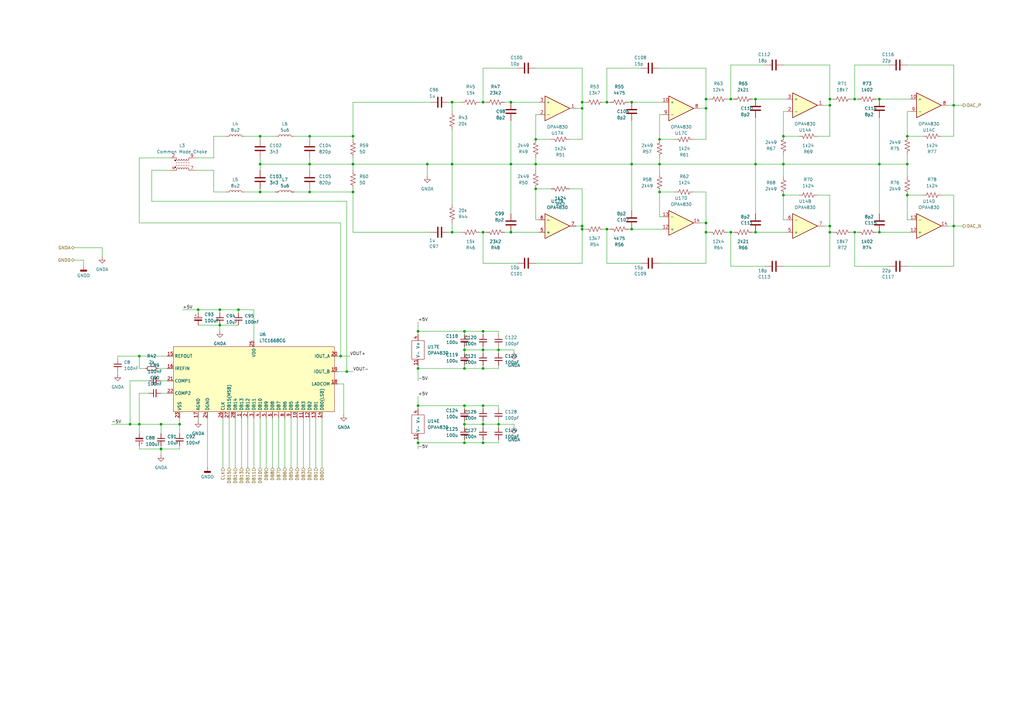
<source format=kicad_sch>
(kicad_sch (version 20231120) (generator "eeschema") (generator_version "8.0")
  (paper "A3")
  (junction (at 209.55 41.91))
  (junction (at 198.12 143.51))
  (junction (at 248.92 93.98))
  (junction (at 66.04 173.99))
  (junction (at 309.88 67.31))
  (junction (at 360.68 40.64))
  (junction (at 391.16 92.71))
  (junction (at 97.79 127))
  (junction (at 73.66 173.99))
  (junction (at 175.26 67.31))
  (junction (at 127 78.74))
  (junction (at 350.52 95.25))
  (junction (at 57.15 146.05))
  (junction (at 185.42 95.25))
  (junction (at 360.68 67.31))
  (junction (at 190.5 181.61))
  (junction (at 144.78 67.31))
  (junction (at 209.55 95.25))
  (junction (at 219.71 57.15))
  (junction (at 340.36 43.18))
  (junction (at 340.36 92.71))
  (junction (at 66.04 184.15))
  (junction (at 372.11 67.31))
  (junction (at 248.92 41.91))
  (junction (at 185.42 41.91))
  (junction (at 171.45 151.13))
  (junction (at 190.5 166.37))
  (junction (at 190.5 135.89))
  (junction (at 238.76 44.45))
  (junction (at 238.76 92.71))
  (junction (at 391.16 43.18))
  (junction (at 127 55.88))
  (junction (at 259.08 67.31))
  (junction (at 270.51 57.15))
  (junction (at 372.11 55.88))
  (junction (at 198.12 135.89))
  (junction (at 204.47 143.51))
  (junction (at 289.56 95.25))
  (junction (at 144.78 78.74))
  (junction (at 238.76 93.98))
  (junction (at 190.5 151.13))
  (junction (at 90.17 133.35))
  (junction (at 171.45 135.89))
  (junction (at 57.15 173.99))
  (junction (at 321.31 80.01))
  (junction (at 171.45 181.61))
  (junction (at 299.72 95.25))
  (junction (at 321.31 67.31))
  (junction (at 198.12 95.25))
  (junction (at 106.68 55.88))
  (junction (at 340.36 40.64))
  (junction (at 198.12 41.91))
  (junction (at 372.11 80.01))
  (junction (at 340.36 95.25))
  (junction (at 219.71 77.47))
  (junction (at 198.12 166.37))
  (junction (at 350.52 40.64))
  (junction (at 198.12 181.61))
  (junction (at 238.76 41.91))
  (junction (at 142.24 152.4))
  (junction (at 106.68 78.74))
  (junction (at 90.17 127))
  (junction (at 309.88 95.25))
  (junction (at 259.08 93.98))
  (junction (at 53.34 173.99))
  (junction (at 198.12 151.13))
  (junction (at 144.78 55.88))
  (junction (at 270.51 67.31))
  (junction (at 190.5 143.51))
  (junction (at 185.42 67.31))
  (junction (at 139.7 146.05))
  (junction (at 289.56 91.44))
  (junction (at 289.56 44.45))
  (junction (at 204.47 173.99))
  (junction (at 360.68 95.25))
  (junction (at 289.56 40.64))
  (junction (at 270.51 78.74))
  (junction (at 190.5 173.99))
  (junction (at 127 67.31))
  (junction (at 299.72 40.64))
  (junction (at 171.45 166.37))
  (junction (at 209.55 67.31))
  (junction (at 81.28 127))
  (junction (at 309.88 40.64))
  (junction (at 106.68 67.31))
  (junction (at 219.71 67.31))
  (junction (at 321.31 55.88))
  (junction (at 259.08 41.91))
  (junction (at 198.12 173.99))
  (wire (pts (xy 104.14 139.7) (xy 104.14 127)))
  (wire (pts (xy 360.68 67.31) (xy 372.11 67.31)))
  (wire (pts (xy 350.52 26.67) (xy 350.52 40.64)))
  (wire (pts (xy 209.55 95.25) (xy 220.98 95.25)))
  (wire (pts (xy 62.23 69.85) (xy 62.23 82.55)))
  (wire (pts (xy 198.12 151.13) (xy 198.12 149.86)))
  (wire (pts (xy 340.36 92.71) (xy 337.82 92.71)))
  (wire (pts (xy 144.78 55.88) (xy 144.78 57.15)))
  (wire (pts (xy 372.11 45.72) (xy 372.11 55.88)))
  (wire (pts (xy 144.78 67.31) (xy 144.78 69.85)))
  (wire (pts (xy 60.96 156.21) (xy 53.34 156.21)))
  (wire (pts (xy 73.66 182.88) (xy 73.66 184.15)))
  (wire (pts (xy 309.88 67.31) (xy 309.88 87.63)))
  (wire (pts (xy 144.78 77.47) (xy 144.78 78.74)))
  (wire (pts (xy 238.76 41.91) (xy 240.03 41.91)))
  (wire (pts (xy 48.26 147.32) (xy 48.26 146.05)))
  (wire (pts (xy 299.72 40.64) (xy 300.99 40.64)))
  (wire (pts (xy 360.68 40.64) (xy 373.38 40.64)))
  (wire (pts (xy 289.56 40.64) (xy 290.83 40.64)))
  (wire (pts (xy 340.36 95.25) (xy 341.63 95.25)))
  (wire (pts (xy 69.85 64.77) (xy 57.15 64.77)))
  (wire (pts (xy 372.11 90.17) (xy 372.11 80.01)))
  (wire (pts (xy 321.31 109.22) (xy 340.36 109.22)))
  (wire (pts (xy 190.5 143.51) (xy 198.12 143.51)))
  (wire (pts (xy 219.71 64.77) (xy 219.71 67.31)))
  (wire (pts (xy 171.45 151.13) (xy 171.45 149.86)))
  (wire (pts (xy 127 64.77) (xy 127 67.31)))
  (wire (pts (xy 233.68 57.15) (xy 238.76 57.15)))
  (wire (pts (xy 171.45 180.34) (xy 171.45 181.61)))
  (wire (pts (xy 198.12 166.37) (xy 204.47 166.37)))
  (wire (pts (xy 391.16 26.67) (xy 391.16 43.18)))
  (wire (pts (xy 238.76 92.71) (xy 238.76 77.47)))
  (wire (pts (xy 204.47 137.16) (xy 204.47 135.89)))
  (wire (pts (xy 350.52 109.22) (xy 350.52 95.25)))
  (wire (pts (xy 212.09 107.95) (xy 198.12 107.95)))
  (wire (pts (xy 190.5 142.24) (xy 190.5 143.51)))
  (wire (pts (xy 85.09 171.45) (xy 85.09 191.77)))
  (wire (pts (xy 142.24 82.55) (xy 62.23 82.55)))
  (wire (pts (xy 262.89 107.95) (xy 248.92 107.95)))
  (wire (pts (xy 298.45 40.64) (xy 299.72 40.64)))
  (wire (pts (xy 41.91 101.6) (xy 41.91 105.41)))
  (wire (pts (xy 210.82 173.99) (xy 210.82 175.26)))
  (wire (pts (xy 57.15 146.05) (xy 57.15 151.13)))
  (wire (pts (xy 350.52 95.25) (xy 351.79 95.25)))
  (wire (pts (xy 80.01 69.85) (xy 87.63 69.85)))
  (wire (pts (xy 372.11 67.31) (xy 372.11 72.39)))
  (wire (pts (xy 185.42 67.31) (xy 185.42 83.82)))
  (wire (pts (xy 127 78.74) (xy 144.78 78.74)))
  (wire (pts (xy 120.65 78.74) (xy 127 78.74)))
  (wire (pts (xy 299.72 95.25) (xy 300.99 95.25)))
  (wire (pts (xy 391.16 43.18) (xy 394.97 43.18)))
  (wire (pts (xy 96.52 171.45) (xy 96.52 191.77)))
  (wire (pts (xy 124.46 171.45) (xy 124.46 191.77)))
  (wire (pts (xy 198.12 173.99) (xy 198.12 175.26)))
  (wire (pts (xy 308.61 95.25) (xy 309.88 95.25)))
  (wire (pts (xy 248.92 107.95) (xy 248.92 93.98)))
  (wire (pts (xy 198.12 27.94) (xy 198.12 41.91)))
  (wire (pts (xy 185.42 95.25) (xy 189.23 95.25)))
  (wire (pts (xy 349.25 95.25) (xy 350.52 95.25)))
  (wire (pts (xy 132.08 171.45) (xy 132.08 191.77)))
  (wire (pts (xy 204.47 180.34) (xy 204.47 181.61)))
  (wire (pts (xy 359.41 40.64) (xy 360.68 40.64)))
  (wire (pts (xy 340.36 43.18) (xy 337.82 43.18)))
  (wire (pts (xy 289.56 44.45) (xy 287.02 44.45)))
  (wire (pts (xy 171.45 166.37) (xy 171.45 167.64)))
  (wire (pts (xy 66.04 161.29) (xy 68.58 161.29)))
  (wire (pts (xy 270.51 64.77) (xy 270.51 67.31)))
  (wire (pts (xy 171.45 181.61) (xy 171.45 184.15)))
  (wire (pts (xy 373.38 45.72) (xy 372.11 45.72)))
  (wire (pts (xy 57.15 173.99) (xy 57.15 177.8)))
  (wire (pts (xy 190.5 172.72) (xy 190.5 173.99)))
  (wire (pts (xy 144.78 95.25) (xy 176.53 95.25)))
  (wire (pts (xy 114.3 171.45) (xy 114.3 191.77)))
  (wire (pts (xy 190.5 181.61) (xy 198.12 181.61)))
  (wire (pts (xy 391.16 92.71) (xy 388.62 92.71)))
  (wire (pts (xy 171.45 135.89) (xy 171.45 137.16)))
  (wire (pts (xy 64.77 151.13) (xy 68.58 151.13)))
  (wire (pts (xy 335.28 55.88) (xy 340.36 55.88)))
  (wire (pts (xy 209.55 41.91) (xy 220.98 41.91)))
  (wire (pts (xy 204.47 149.86) (xy 204.47 151.13)))
  (wire (pts (xy 271.78 46.99) (xy 270.51 46.99)))
  (wire (pts (xy 57.15 173.99) (xy 57.15 161.29)))
  (wire (pts (xy 198.12 95.25) (xy 199.39 95.25)))
  (wire (pts (xy 340.36 55.88) (xy 340.36 43.18)))
  (wire (pts (xy 185.42 45.72) (xy 185.42 41.91)))
  (wire (pts (xy 48.26 146.05) (xy 57.15 146.05)))
  (wire (pts (xy 81.28 127) (xy 81.28 128.27)))
  (wire (pts (xy 81.28 133.35) (xy 90.17 133.35)))
  (wire (pts (xy 175.26 67.31) (xy 185.42 67.31)))
  (wire (pts (xy 87.63 69.85) (xy 87.63 78.74)))
  (wire (pts (xy 248.92 41.91) (xy 250.19 41.91)))
  (wire (pts (xy 210.82 143.51) (xy 210.82 144.78)))
  (wire (pts (xy 30.48 106.68) (xy 34.29 106.68)))
  (wire (pts (xy 219.71 67.31) (xy 259.08 67.31)))
  (wire (pts (xy 127 55.88) (xy 144.78 55.88)))
  (wire (pts (xy 185.42 41.91) (xy 189.23 41.91)))
  (wire (pts (xy 66.04 184.15) (xy 57.15 184.15)))
  (wire (pts (xy 190.5 151.13) (xy 198.12 151.13)))
  (wire (pts (xy 321.31 26.67) (xy 340.36 26.67)))
  (wire (pts (xy 66.04 184.15) (xy 73.66 184.15)))
  (wire (pts (xy 284.48 78.74) (xy 289.56 78.74)))
  (wire (pts (xy 106.68 67.31) (xy 106.68 69.85)))
  (wire (pts (xy 313.69 26.67) (xy 299.72 26.67)))
  (wire (pts (xy 185.42 91.44) (xy 185.42 95.25)))
  (wire (pts (xy 204.47 172.72) (xy 204.47 173.99)))
  (wire (pts (xy 104.14 171.45) (xy 104.14 191.77)))
  (wire (pts (xy 129.54 171.45) (xy 129.54 191.77)))
  (wire (pts (xy 322.58 90.17) (xy 321.31 90.17)))
  (wire (pts (xy 360.68 67.31) (xy 360.68 87.63)))
  (wire (pts (xy 57.15 184.15) (xy 57.15 182.88)))
  (wire (pts (xy 119.38 171.45) (xy 119.38 191.77)))
  (wire (pts (xy 104.14 127) (xy 97.79 127)))
  (wire (pts (xy 116.84 171.45) (xy 116.84 191.77)))
  (wire (pts (xy 372.11 109.22) (xy 391.16 109.22)))
  (wire (pts (xy 111.76 171.45) (xy 111.76 191.77)))
  (wire (pts (xy 359.41 95.25) (xy 360.68 95.25)))
  (wire (pts (xy 364.49 109.22) (xy 350.52 109.22)))
  (wire (pts (xy 30.48 101.6) (xy 41.91 101.6)))
  (wire (pts (xy 57.15 64.77) (xy 57.15 91.44)))
  (wire (pts (xy 93.98 171.45) (xy 93.98 191.77)))
  (wire (pts (xy 87.63 78.74) (xy 92.71 78.74)))
  (wire (pts (xy 373.38 90.17) (xy 372.11 90.17)))
  (wire (pts (xy 196.85 95.25) (xy 198.12 95.25)))
  (wire (pts (xy 66.04 156.21) (xy 68.58 156.21)))
  (wire (pts (xy 90.17 127) (xy 90.17 128.27)))
  (wire (pts (xy 391.16 109.22) (xy 391.16 92.71)))
  (wire (pts (xy 284.48 57.15) (xy 289.56 57.15)))
  (wire (pts (xy 142.24 152.4) (xy 144.78 152.4)))
  (wire (pts (xy 106.68 55.88) (xy 106.68 57.15)))
  (wire (pts (xy 238.76 93.98) (xy 240.03 93.98)))
  (wire (pts (xy 106.68 171.45) (xy 106.68 191.77)))
  (wire (pts (xy 289.56 95.25) (xy 289.56 91.44)))
  (wire (pts (xy 391.16 80.01) (xy 391.16 92.71)))
  (wire (pts (xy 321.31 67.31) (xy 360.68 67.31)))
  (wire (pts (xy 57.15 151.13) (xy 59.69 151.13)))
  (wire (pts (xy 372.11 80.01) (xy 378.46 80.01)))
  (wire (pts (xy 127 67.31) (xy 127 69.85)))
  (wire (pts (xy 73.66 171.45) (xy 73.66 173.99)))
  (wire (pts (xy 259.08 67.31) (xy 270.51 67.31)))
  (wire (pts (xy 97.79 127) (xy 90.17 127)))
  (wire (pts (xy 171.45 135.89) (xy 190.5 135.89)))
  (wire (pts (xy 120.65 55.88) (xy 127 55.88)))
  (wire (pts (xy 139.7 91.44) (xy 139.7 146.05)))
  (wire (pts (xy 91.44 171.45) (xy 91.44 191.77)))
  (wire (pts (xy 97.79 127) (xy 97.79 128.27)))
  (wire (pts (xy 48.26 152.4) (xy 48.26 153.67)))
  (wire (pts (xy 391.16 43.18) (xy 388.62 43.18)))
  (wire (pts (xy 121.92 171.45) (xy 121.92 191.77)))
  (wire (pts (xy 53.34 173.99) (xy 57.15 173.99)))
  (wire (pts (xy 309.88 67.31) (xy 321.31 67.31)))
  (wire (pts (xy 100.33 55.88) (xy 106.68 55.88)))
  (wire (pts (xy 81.28 171.45) (xy 81.28 172.72)))
  (wire (pts (xy 236.22 92.71) (xy 238.76 92.71)))
  (wire (pts (xy 238.76 107.95) (xy 238.76 93.98)))
  (wire (pts (xy 80.01 64.77) (xy 87.63 64.77)))
  (wire (pts (xy 175.26 72.39) (xy 175.26 67.31)))
  (wire (pts (xy 190.5 135.89) (xy 190.5 137.16)))
  (wire (pts (xy 270.51 107.95) (xy 289.56 107.95)))
  (wire (pts (xy 238.76 41.91) (xy 238.76 44.45)))
  (wire (pts (xy 238.76 44.45) (xy 236.22 44.45)))
  (wire (pts (xy 90.17 133.35) (xy 90.17 135.89)))
  (wire (pts (xy 106.68 64.77) (xy 106.68 67.31)))
  (wire (pts (xy 257.81 41.91) (xy 259.08 41.91)))
  (wire (pts (xy 321.31 45.72) (xy 321.31 55.88)))
  (wire (pts (xy 360.68 48.26) (xy 360.68 67.31)))
  (wire (pts (xy 248.92 93.98) (xy 250.19 93.98)))
  (wire (pts (xy 34.29 106.68) (xy 34.29 109.22)))
  (wire (pts (xy 87.63 64.77) (xy 87.63 55.88)))
  (wire (pts (xy 340.36 40.64) (xy 341.63 40.64)))
  (wire (pts (xy 248.92 27.94) (xy 248.92 41.91)))
  (wire (pts (xy 309.88 95.25) (xy 322.58 95.25)))
  (wire (pts (xy 101.6 171.45) (xy 101.6 191.77)))
  (wire (pts (xy 198.12 135.89) (xy 198.12 137.16)))
  (wire (pts (xy 106.68 78.74) (xy 113.03 78.74)))
  (wire (pts (xy 238.76 77.47) (xy 233.68 77.47)))
  (wire (pts (xy 66.04 182.88) (xy 66.04 184.15)))
  (wire (pts (xy 87.63 55.88) (xy 92.71 55.88)))
  (wire (pts (xy 350.52 40.64) (xy 351.79 40.64)))
  (wire (pts (xy 190.5 143.51) (xy 190.5 144.78)))
  (wire (pts (xy 220.98 46.99) (xy 219.71 46.99)))
  (wire (pts (xy 190.5 173.99) (xy 198.12 173.99)))
  (wire (pts (xy 68.58 146.05) (xy 57.15 146.05)))
  (wire (pts (xy 299.72 26.67) (xy 299.72 40.64)))
  (wire (pts (xy 321.31 90.17) (xy 321.31 80.01)))
  (wire (pts (xy 171.45 162.56) (xy 171.45 166.37)))
  (wire (pts (xy 196.85 41.91) (xy 198.12 41.91)))
  (wire (pts (xy 138.43 157.48) (xy 140.97 157.48)))
  (wire (pts (xy 259.08 93.98) (xy 271.78 93.98)))
  (wire (pts (xy 106.68 77.47) (xy 106.68 78.74)))
  (wire (pts (xy 340.36 80.01) (xy 340.36 92.71)))
  (wire (pts (xy 207.01 95.25) (xy 209.55 95.25)))
  (wire (pts (xy 289.56 78.74) (xy 289.56 91.44)))
  (wire (pts (xy 289.56 57.15) (xy 289.56 44.45)))
  (wire (pts (xy 270.51 88.9) (xy 270.51 78.74)))
  (wire (pts (xy 127 77.47) (xy 127 78.74)))
  (wire (pts (xy 308.61 40.64) (xy 309.88 40.64)))
  (wire (pts (xy 190.5 151.13) (xy 190.5 149.86)))
  (wire (pts (xy 90.17 127) (xy 81.28 127)))
  (wire (pts (xy 247.65 93.98) (xy 248.92 93.98)))
  (wire (pts (xy 309.88 48.26) (xy 309.88 67.31)))
  (wire (pts (xy 198.12 142.24) (xy 198.12 143.51)))
  (wire (pts (xy 299.72 109.22) (xy 299.72 95.25)))
  (wire (pts (xy 289.56 91.44) (xy 287.02 91.44)))
  (wire (pts (xy 106.68 67.31) (xy 127 67.31)))
  (wire (pts (xy 140.97 157.48) (xy 140.97 170.18)))
  (wire (pts (xy 144.78 64.77) (xy 144.78 67.31)))
  (wire (pts (xy 391.16 92.71) (xy 394.97 92.71)))
  (wire (pts (xy 212.09 27.94) (xy 198.12 27.94)))
  (wire (pts (xy 171.45 151.13) (xy 171.45 156.21)))
  (wire (pts (xy 185.42 67.31) (xy 209.55 67.31)))
  (wire (pts (xy 139.7 146.05) (xy 143.51 146.05)))
  (wire (pts (xy 340.36 109.22) (xy 340.36 95.25)))
  (wire (pts (xy 321.31 63.5) (xy 321.31 67.31)))
  (wire (pts (xy 127 67.31) (xy 144.78 67.31)))
  (wire (pts (xy 73.66 173.99) (xy 73.66 177.8)))
  (wire (pts (xy 335.28 80.01) (xy 340.36 80.01)))
  (wire (pts (xy 66.04 173.99) (xy 73.66 173.99)))
  (wire (pts (xy 289.56 107.95) (xy 289.56 95.25)))
  (wire (pts (xy 142.24 152.4) (xy 142.24 82.55)))
  (wire (pts (xy 198.12 135.89) (xy 204.47 135.89)))
  (wire (pts (xy 322.58 45.72) (xy 321.31 45.72)))
  (wire (pts (xy 184.15 95.25) (xy 185.42 95.25)))
  (wire (pts (xy 309.88 40.64) (xy 322.58 40.64)))
  (wire (pts (xy 204.47 143.51) (xy 210.82 143.51)))
  (wire (pts (xy 171.45 151.13) (xy 190.5 151.13)))
  (wire (pts (xy 340.36 95.25) (xy 340.36 92.71)))
  (wire (pts (xy 209.55 49.53) (xy 209.55 67.31)))
  (wire (pts (xy 289.56 40.64) (xy 289.56 44.45)))
  (wire (pts (xy 171.45 166.37) (xy 190.5 166.37)))
  (wire (pts (xy 99.06 171.45) (xy 99.06 191.77)))
  (wire (pts (xy 219.71 46.99) (xy 219.71 57.15)))
  (wire (pts (xy 204.47 142.24) (xy 204.47 143.51)))
  (wire (pts (xy 259.08 41.91) (xy 271.78 41.91)))
  (wire (pts (xy 270.51 27.94) (xy 289.56 27.94)))
  (wire (pts (xy 171.45 181.61) (xy 190.5 181.61)))
  (wire (pts (xy 340.36 40.64) (xy 340.36 43.18)))
  (wire (pts (xy 144.78 55.88) (xy 144.78 41.91)))
  (wire (pts (xy 386.08 55.88) (xy 391.16 55.88)))
  (wire (pts (xy 247.65 41.91) (xy 248.92 41.91)))
  (wire (pts (xy 144.78 67.31) (xy 175.26 67.31)))
  (wire (pts (xy 198.12 143.51) (xy 204.47 143.51)))
  (wire (pts (xy 190.5 173.99) (xy 190.5 175.26)))
  (wire (pts (xy 144.78 78.74) (xy 144.78 95.25)))
  (wire (pts (xy 127 171.45) (xy 127 191.77)))
  (wire (pts (xy 90.17 133.35) (xy 97.79 133.35)))
  (wire (pts (xy 184.15 41.91) (xy 185.42 41.91)))
  (wire (pts (xy 45.72 173.99) (xy 53.34 173.99)))
  (wire (pts (xy 144.78 41.91) (xy 176.53 41.91)))
  (wire (pts (xy 372.11 26.67) (xy 391.16 26.67)))
  (wire (pts (xy 138.43 146.05) (xy 139.7 146.05)))
  (wire (pts (xy 349.25 40.64) (xy 350.52 40.64)))
  (wire (pts (xy 53.34 156.21) (xy 53.34 173.99)))
  (wire (pts (xy 198.12 173.99) (xy 204.47 173.99)))
  (wire (pts (xy 219.71 77.47) (xy 219.71 90.17)))
  (wire (pts (xy 62.23 69.85) (xy 69.85 69.85)))
  (wire (pts (xy 259.08 49.53) (xy 259.08 67.31)))
  (wire (pts (xy 204.47 173.99) (xy 210.82 173.99)))
  (wire (pts (xy 66.04 177.8) (xy 66.04 173.99)))
  (wire (pts (xy 198.12 107.95) (xy 198.12 95.25)))
  (wire (pts (xy 57.15 161.29) (xy 60.96 161.29)))
  (wire (pts (xy 360.68 95.25) (xy 373.38 95.25)))
  (wire (pts (xy 386.08 80.01) (xy 391.16 80.01)))
  (wire (pts (xy 219.71 67.31) (xy 219.71 69.85)))
  (wire (pts (xy 198.12 151.13) (xy 204.47 151.13)))
  (wire (pts (xy 313.69 109.22) (xy 299.72 109.22)))
  (wire (pts (xy 109.22 171.45) (xy 109.22 191.77)))
  (wire (pts (xy 74.93 127) (xy 81.28 127)))
  (wire (pts (xy 372.11 63.5) (xy 372.11 67.31)))
  (wire (pts (xy 289.56 95.25) (xy 290.83 95.25)))
  (wire (pts (xy 219.71 77.47) (xy 226.06 77.47)))
  (wire (pts (xy 190.5 166.37) (xy 198.12 166.37)))
  (wire (pts (xy 321.31 80.01) (xy 327.66 80.01)))
  (wire (pts (xy 270.51 57.15) (xy 276.86 57.15)))
  (wire (pts (xy 298.45 95.25) (xy 299.72 95.25)))
  (wire (pts (xy 364.49 26.67) (xy 350.52 26.67)))
  (wire (pts (xy 209.55 67.31) (xy 209.55 87.63)))
  (wire (pts (xy 220.98 90.17) (xy 219.71 90.17)))
  (wire (pts (xy 289.56 27.94) (xy 289.56 40.64)))
  (wire (pts (xy 257.81 93.98) (xy 259.08 93.98)))
  (wire (pts (xy 198.12 181.61) (xy 198.12 180.34)))
  (wire (pts (xy 127 55.88) (xy 127 57.15)))
  (wire (pts (xy 270.51 67.31) (xy 309.88 67.31)))
  (wire (pts (xy 238.76 27.94) (xy 238.76 41.91)))
  (wire (pts (xy 271.78 88.9) (xy 270.51 88.9)))
  (wire (pts (xy 219.71 107.95) (xy 238.76 107.95)))
  (wire (pts (xy 391.16 55.88) (xy 391.16 43.18)))
  (wire (pts (xy 219.71 27.94) (xy 238.76 27.94)))
  (wire (pts (xy 219.71 57.15) (xy 226.06 57.15)))
  (wire (pts (xy 190.5 166.37) (xy 190.5 167.64)))
  (wire (pts (xy 198.12 143.51) (xy 198.12 144.78)))
  (wire (pts (xy 57.15 91.44) (xy 139.7 91.44)))
  (wire (pts (xy 204.47 173.99) (xy 204.47 175.26)))
  (wire (pts (xy 321.31 67.31) (xy 321.31 72.39)))
  (wire (pts (xy 66.04 173.99) (xy 57.15 173.99)))
  (wire (pts (xy 238.76 57.15) (xy 238.76 44.45)))
  (wire (pts (xy 204.47 143.51) (xy 204.47 144.78)))
  (wire (pts (xy 100.33 78.74) (xy 106.68 78.74)))
  (wire (pts (xy 259.08 67.31) (xy 259.08 86.36)))
  (wire (pts (xy 190.5 181.61) (xy 190.5 180.34)))
  (wire (pts (xy 185.42 53.34) (xy 185.42 67.31)))
  (wire (pts (xy 190.5 135.89) (xy 198.12 135.89)))
  (wire (pts (xy 171.45 132.08) (xy 171.45 135.89)))
  (wire (pts (xy 198.12 166.37) (xy 198.12 167.64)))
  (wire (pts (xy 207.01 41.91) (xy 209.55 41.91)))
  (wire (pts (xy 198.12 181.61) (xy 204.47 181.61)))
  (wire (pts (xy 198.12 172.72) (xy 198.12 173.99)))
  (wire (pts (xy 321.31 55.88) (xy 327.66 55.88)))
  (wire (pts (xy 238.76 93.98) (xy 238.76 92.71)))
  (wire (pts (xy 198.12 41.91) (xy 199.39 41.91)))
  (wire (pts (xy 106.68 55.88) (xy 113.03 55.88)))
  (wire (pts (xy 219.71 67.31) (xy 209.55 67.31)))
  (wire (pts (xy 138.43 152.4) (xy 142.24 152.4)))
  (wire (pts (xy 340.36 26.67) (xy 340.36 40.64)))
  (wire (pts (xy 66.04 184.15) (xy 66.04 186.69)))
  (wire (pts (xy 262.89 27.94) (xy 248.92 27.94)))
  (wire (pts (xy 270.51 46.99) (xy 270.51 57.15)))
  (wire (pts (xy 270.51 78.74) (xy 276.86 78.74)))
  (wire (pts (xy 372.11 55.88) (xy 378.46 55.88)))
  (wire (pts (xy 204.47 167.64) (xy 204.47 166.37)))
  (wire (pts (xy 270.51 67.31) (xy 270.51 71.12)))
  (label "-5V" (at 171.45 184.15 0))
  (label "VOUT+" (at 143.51 146.05 0))
  (label "+5V" (at 74.93 127 0))
  (label "+5V" (at 171.45 162.56 0))
  (label "+5V" (at 171.45 132.08 0))
  (label "-5V" (at 171.45 156.21 0))
  (label "-5V" (at 45.72 173.99 0))
  (label "VOUT-" (at 144.78 152.4 0))
  (hierarchical_label "DB15" (shape input) (at 93.98 191.77 270))
  (hierarchical_label "DB3" (shape input) (at 124.46 191.77 270))
  (hierarchical_label "GNDD" (shape bidirectional) (at 30.48 106.68 180))
  (hierarchical_label "DB2" (shape input) (at 127 191.77 270))
  (hierarchical_label "DB0" (shape input) (at 132.08 191.77 270))
  (hierarchical_label "DB5" (shape input) (at 119.38 191.77 270))
  (hierarchical_label "DB1" (shape input) (at 129.54 191.77 270))
  (hierarchical_label "DB11" (shape input) (at 104.14 191.77 270))
  (hierarchical_label "DB8" (shape input) (at 111.76 191.77 270))
  (hierarchical_label "DAC_N" (shape output) (at 394.97 92.71 0))
  (hierarchical_label "DB10" (shape input) (at 106.68 191.77 270))
  (hierarchical_label "DB6" (shape input) (at 116.84 191.77 270))
  (hierarchical_label "DB4" (shape input) (at 121.92 191.77 270))
  (hierarchical_label "CLK" (shape input) (at 91.44 191.77 270))
  (hierarchical_label "DB9" (shape input) (at 109.22 191.77 270))
  (hierarchical_label "DB13" (shape input) (at 99.06 191.77 270))
  (hierarchical_label "DB12" (shape input) (at 101.6 191.77 270))
  (hierarchical_label "DAC_P" (shape output) (at 394.97 43.18 0))
  (hierarchical_label "DB7" (shape input) (at 114.3 191.77 270))
  (hierarchical_label "GNDA" (shape bidirectional) (at 30.48 101.6 180))
  (hierarchical_label "DB14" (shape input) (at 96.52 191.77 270))
  (symbol (lib_id "Device:C_Polarized_Small") (at 190.5 177.8 0) (mirror y) (unit 1)
    (property "Reference" "C125" (at 187.96 175.9838 0) (effects (justify left)))
    (property "Value" "100u" (at 187.96 178.5238 0) (effects (justify left)))
    (property "Footprint" "Capacitor_THT:CP_Radial_D6.3mm_P2.50mm" (effects (hide yes)))
    (property "Description" "Polarized capacitor, small symbol" (effects (hide yes)))
  )
  (symbol (lib_id "Device:R_US") (at 193.04 95.25 90) (mirror x) (unit 1)
    (property "Reference" "R46" (at 193.04 101.6 90))
    (property "Value" "15k" (at 193.04 99.06 90))
    (property "Footprint" "Resistor_THT:R_Axial_DIN0207_L6.3mm_D2.5mm_P10.16mm_Horizontal" (effects (hide yes)))
    (property "Description" "Resistor, US symbol" (effects (hide yes)))
  )
  (symbol (lib_id "Device:R_US") (at 280.67 57.15 270) (mirror x) (unit 1)
    (property "Reference" "R61" (at 280.67 63.5 90))
    (property "Value" "1k24" (at 280.67 60.96 90))
    (property "Footprint" "Resistor_THT:R_Axial_DIN0207_L6.3mm_D2.5mm_P10.16mm_Horizontal" (effects (hide yes)))
    (property "Description" "Resistor, US symbol" (effects (hide yes)))
  )
  (symbol (lib_id "Device:C") (at 180.34 95.25 90) (mirror x) (unit 1)
    (property "Reference" "C97" (at 176.022 101.092 90) (effects (justify right)))
    (property "Value" "1u" (at 176.022 98.552 90) (effects (justify right)))
    (property "Footprint" "Capacitor_SMD:C_0805_2012Metric_Pad1.18x1.45mm_HandSolder" (effects (hide yes)))
    (property "Description" "Unpolarized capacitor" (effects (hide yes)))
  )
  (symbol (lib_id "Device:R_US") (at 355.6 40.64 90) (unit 1)
    (property "Reference" "R73" (at 355.6 34.29 90))
    (property "Value" "1k02" (at 355.6 36.83 90))
    (property "Footprint" "Resistor_THT:R_Axial_DIN0207_L6.3mm_D2.5mm_P10.16mm_Horizontal" (effects (hide yes)))
    (property "Description" "Resistor, US symbol" (effects (hide yes)))
  )
  (symbol (lib_id "Device:C") (at 127 60.96 0) (unit 1)
    (property "Reference" "C104" (at 130.81 59.6899 0) (effects (justify left)))
    (property "Value" "820p" (at 130.81 62.2299 0) (effects (justify left)))
    (property "Footprint" "Capacitor_THT:C_Disc_D4.7mm_W2.5mm_P5.00mm" (effects (hide yes)))
    (property "Description" "Unpolarized capacitor" (effects (hide yes)))
  )
  (symbol (lib_id "Device:R_US") (at 382.27 55.88 270) (mirror x) (unit 1)
    (property "Reference" "R77" (at 382.27 62.23 90))
    (property "Value" "1k24" (at 382.27 59.69 90))
    (property "Footprint" "Resistor_THT:R_Axial_DIN0207_L6.3mm_D2.5mm_P10.16mm_Horizontal" (effects (hide yes)))
    (property "Description" "Resistor, US symbol" (effects (hide yes)))
  )
  (symbol (lib_id "Device:L") (at 96.52 55.88 90) (unit 1)
    (property "Reference" "L4" (at 96.52 50.8 90))
    (property "Value" "8u2" (at 96.52 53.34 90))
    (property "Footprint" "Inductor_THT:L_Axial_L14.5mm_D5.8mm_P20.32mm_Horizontal_Fastron_HBCC" (effects (hide yes)))
    (property "Description" "Inductor" (effects (hide yes)))
  )
  (symbol (lib_id "Device:R_US") (at 243.84 93.98 90) (mirror x) (unit 1)
    (property "Reference" "R54" (at 243.84 100.33 90))
    (property "Value" "13k7" (at 243.84 97.79 90))
    (property "Footprint" "Resistor_THT:R_Axial_DIN0207_L6.3mm_D2.5mm_P10.16mm_Horizontal" (effects (hide yes)))
    (property "Description" "Resistor, US symbol" (effects (hide yes)))
  )
  (symbol (lib_id "Device:R_US") (at 280.67 78.74 270) (unit 1)
    (property "Reference" "R62" (at 280.67 72.39 90))
    (property "Value" "1k24" (at 280.67 74.93 90))
    (property "Footprint" "Resistor_THT:R_Axial_DIN0207_L6.3mm_D2.5mm_P10.16mm_Horizontal" (effects (hide yes)))
    (property "Description" "Resistor, US symbol" (effects (hide yes)))
  )
  (symbol (lib_id "Device:C_Small") (at 97.79 130.81 0) (unit 1)
    (property "Reference" "C95" (at 100.33 129.5462 0) (effects (justify left)))
    (property "Value" "100nF" (at 100.33 132.0862 0) (effects (justify left)))
    (property "Footprint" "Capacitor_SMD:C_0805_2012Metric_Pad1.18x1.45mm_HandSolder" (effects (hide yes)))
    (property "Description" "Unpolarized capacitor, small symbol" (effects (hide yes)))
  )
  (symbol (lib_id "Device:C") (at 317.5 109.22 90) (mirror x) (unit 1)
    (property "Reference" "C113" (at 310.896 113.538 90) (effects (justify right)))
    (property "Value" "18p" (at 310.896 110.998 90) (effects (justify right)))
    (property "Footprint" "Capacitor_THT:C_Disc_D3.4mm_W2.1mm_P2.50mm" (effects (hide yes)))
    (property "Description" "Unpolarized capacitor" (effects (hide yes)))
  )
  (symbol (lib_id "Device:R_US") (at 219.71 60.96 0) (mirror x) (unit 1)
    (property "Reference" "R49" (at 214.63 62.23 0))
    (property "Value" "2k49" (at 214.63 59.69 0))
    (property "Footprint" "Resistor_THT:R_Axial_DIN0207_L6.3mm_D2.5mm_P10.16mm_Horizontal" (effects (hide yes)))
    (property "Description" "Resistor, US symbol" (effects (hide yes)))
  )
  (symbol (lib_id "Device:R_US") (at 321.31 59.69 0) (mirror x) (unit 1)
    (property "Reference" "R67" (at 316.23 60.96 0))
    (property "Value" "2k49" (at 316.23 58.42 0))
    (property "Footprint" "Resistor_THT:R_Axial_DIN0207_L6.3mm_D2.5mm_P10.16mm_Horizontal" (effects (hide yes)))
    (property "Description" "Resistor, US symbol" (effects (hide yes)))
  )
  (symbol (lib_id "JRIX DAC:LTC1668CG") (at 68.58 161.29 0) (unit 1)
    (property "Reference" "U6" (at 106.3341 137.16 0) (effects (justify left)))
    (property "Value" "LTC1668CG" (at 106.3341 139.7 0) (effects (justify left)))
    (property "Footprint" "Package_SO:SSOP-28_5.3x10.2mm_P0.65mm" (effects (hide yes)))
    (property "Datasheet" "https://www.mouser.dk/datasheet/2/609/166678f-2953854.pdf" (effects (hide yes)))
    (property "Description" "Digital to Analog Converters - DAC 16-B, 50Msps DAC" (effects (hide yes)))
  )
  (symbol (lib_id "Device:R_US") (at 185.42 49.53 180) (unit 1)
    (property "Reference" "R43" (at 187.96 48.2599 0) (effects (justify right)))
    (property "Value" "20k" (at 187.96 50.7999 0) (effects (justify right)))
    (property "Footprint" "Resistor_THT:R_Axial_DIN0207_L6.3mm_D2.5mm_P10.16mm_Horizontal" (effects (hide yes)))
    (property "Description" "Resistor, US symbol" (effects (hide yes)))
  )
  (symbol (lib_id "Device:C_Small") (at 204.47 139.7 0) (mirror y) (unit 1)
    (property "Reference" "C122" (at 207.01 138.4362 0) (effects (justify right)))
    (property "Value" "100pF" (at 207.01 140.9762 0) (effects (justify right)))
    (property "Footprint" "Capacitor_THT:C_Disc_D3.4mm_W2.1mm_P2.50mm" (effects (hide yes)))
    (property "Description" "Unpolarized capacitor, small symbol" (effects (hide yes)))
  )
  (symbol (lib_id "Device:C_Polarized_Small") (at 190.5 170.18 0) (mirror y) (unit 1)
    (property "Reference" "C124" (at 187.96 168.3638 0) (effects (justify left)))
    (property "Value" "100u" (at 187.96 170.9038 0) (effects (justify left)))
    (property "Footprint" "Capacitor_THT:CP_Radial_D6.3mm_P2.50mm" (effects (hide yes)))
    (property "Description" "Polarized capacitor, small symbol" (effects (hide yes)))
  )
  (symbol (lib_id "Device:C") (at 309.88 44.45 180) (unit 1)
    (property "Reference" "C110" (at 303.784 44.45 0) (effects (justify right)))
    (property "Value" "8p2" (at 303.784 46.99 0) (effects (justify right)))
    (property "Footprint" "Capacitor_THT:C_Disc_D3.4mm_W2.1mm_P2.50mm" (effects (hide yes)))
    (property "Description" "Unpolarized capacitor" (effects (hide yes)))
  )
  (symbol (lib_id "Device:C") (at 266.7 107.95 90) (mirror x) (unit 1)
    (property "Reference" "C109" (at 260.096 112.268 90) (effects (justify right)))
    (property "Value" "15p" (at 260.096 109.728 90) (effects (justify right)))
    (property "Footprint" "Capacitor_THT:C_Disc_D3.4mm_W2.1mm_P2.50mm" (effects (hide yes)))
    (property "Description" "Unpolarized capacitor" (effects (hide yes)))
  )
  (symbol (lib_id "Device:C_Small") (at 198.12 147.32 0) (mirror y) (unit 1)
    (property "Reference" "C121" (at 195.58 146.0562 0) (effects (justify left)))
    (property "Value" "100n" (at 195.58 148.5962 0) (effects (justify left)))
    (property "Footprint" "Capacitor_SMD:C_0805_2012Metric_Pad1.18x1.45mm_HandSolder" (effects (hide yes)))
    (property "Description" "Unpolarized capacitor, small symbol" (effects (hide yes)))
  )
  (symbol (lib_id "Device:C") (at 360.68 44.45 180) (unit 1)
    (property "Reference" "C114" (at 354.584 44.45 0) (effects (justify right)))
    (property "Value" "8p2" (at 354.584 46.99 0) (effects (justify right)))
    (property "Footprint" "Capacitor_THT:C_Disc_D3.4mm_W2.1mm_P2.50mm" (effects (hide yes)))
    (property "Description" "Unpolarized capacitor" (effects (hide yes)))
  )
  (symbol (lib_id "Device:C") (at 259.08 45.72 180) (unit 1)
    (property "Reference" "C106" (at 252.984 45.72 0) (effects (justify right)))
    (property "Value" "8p2" (at 252.984 48.26 0) (effects (justify right)))
    (property "Footprint" "Capacitor_THT:C_Disc_D3.4mm_W2.1mm_P2.50mm" (effects (hide yes)))
    (property "Description" "Unpolarized capacitor" (effects (hide yes)))
  )
  (symbol (lib_id "Device:C_Small") (at 63.5 156.21 90) (unit 1)
    (property "Reference" "C89" (at 63.5063 149.86 90))
    (property "Value" "100nF" (at 63.5063 152.4 90))
    (property "Footprint" "Capacitor_SMD:C_0805_2012Metric_Pad1.18x1.45mm_HandSolder" (effects (hide yes)))
    (property "Description" "Unpolarized capacitor, small symbol" (effects (hide yes)))
  )
  (symbol (lib_id "Device:C_Polarized_Small") (at 190.5 147.32 0) (mirror y) (unit 1)
    (property "Reference" "C119" (at 187.96 145.5038 0) (effects (justify left)))
    (property "Value" "100u" (at 187.96 148.0438 0) (effects (justify left)))
    (property "Footprint" "Capacitor_THT:CP_Radial_D6.3mm_P2.50mm" (effects (hide yes)))
    (property "Description" "Polarized capacitor, small symbol" (effects (hide yes)))
  )
  (symbol (lib_id "Device:R_US") (at 331.47 80.01 270) (unit 1)
    (property "Reference" "R70" (at 331.47 73.66 90))
    (property "Value" "1k24" (at 331.47 76.2 90))
    (property "Footprint" "Resistor_THT:R_Axial_DIN0207_L6.3mm_D2.5mm_P10.16mm_Horizontal" (effects (hide yes)))
    (property "Description" "Resistor, US symbol" (effects (hide yes)))
  )
  (symbol (lib_id "Device:C_Polarized_Small") (at 57.15 180.34 180) (unit 1)
    (property "Reference" "C88" (at 59.69 179.616 0) (effects (justify right)))
    (property "Value" "100uF" (at 59.69 182.156 0) (effects (justify right)))
    (property "Footprint" "Capacitor_THT:CP_Radial_D6.3mm_P2.50mm" (effects (hide yes)))
    (property "Description" "Polarized capacitor, small symbol" (effects (hide yes)))
  )
  (symbol (lib_id "Device:R_US") (at 304.8 40.64 90) (unit 1)
    (property "Reference" "R65" (at 304.8 34.29 90))
    (property "Value" "2k21" (at 304.8 36.83 90))
    (property "Footprint" "Resistor_THT:R_Axial_DIN0207_L6.3mm_D2.5mm_P10.16mm_Horizontal" (effects (hide yes)))
    (property "Description" "Resistor, US symbol" (effects (hide yes)))
  )
  (symbol (lib_id "Device:C_Small") (at 198.12 170.18 0) (mirror y) (unit 1)
    (property "Reference" "C126" (at 195.58 168.9162 0) (effects (justify left)))
    (property "Value" "100n" (at 195.58 171.4562 0) (effects (justify left)))
    (property "Footprint" "Capacitor_SMD:C_0805_2012Metric_Pad1.18x1.45mm_HandSolder" (effects (hide yes)))
    (property "Description" "Unpolarized capacitor, small symbol" (effects (hide yes)))
  )
  (symbol (lib_id "power:GNDA") (at 90.17 135.89 0) (unit 1)
    (property "Reference" "#PWR041" (effects (hide yes)))
    (property "Value" "GNDA" (at 90.17 140.97 0))
    (property "Description" "Power symbol creates a global label with name \"GNDA\" , analog ground" (effects (hide yes)))
  )
  (symbol (lib_id "JRIX Op Amp:OPA4830") (at 379.73 43.18 0) (mirror x) (unit 3)
    (property "Reference" "U14" (at 381 53.34 0))
    (property "Value" "OPA4830" (at 381 50.8 0))
    (property "Footprint" "Package_SO:TSSOP-14_4.4x5mm_P0.65mm" (effects (hide yes)))
    (property "Datasheet" "https://www.ti.com/lit/ds/symlink/opa4830.pdf?ts=1733141689784&ref_url=https%253A%252F%252Fbr.mouser.com%252F" (effects (hide yes)))
    (property "Description" "Quad, Low-Power, Single-Supply, Wideband Operational Amplifier" (effects (hide yes)))
  )
  (symbol (lib_id "power:GNDA") (at 175.26 72.39 0) (unit 1)
    (property "Reference" "#PWR043" (effects (hide yes)))
    (property "Value" "GNDA" (at 175.26 77.47 0))
    (property "Description" "Power symbol creates a global label with name \"GNDA\" , analog ground" (effects (hide yes)))
  )
  (symbol (lib_id "Device:R_US") (at 355.6 95.25 90) (mirror x) (unit 1)
    (property "Reference" "R74" (at 355.6 101.6 90))
    (property "Value" "1k02" (at 355.6 99.06 90))
    (property "Footprint" "Resistor_THT:R_Axial_DIN0207_L6.3mm_D2.5mm_P10.16mm_Horizontal" (effects (hide yes)))
    (property "Description" "Resistor, US symbol" (effects (hide yes)))
  )
  (symbol (lib_id "power:GNDA") (at 140.97 170.18 0) (unit 1)
    (property "Reference" "#PWR042" (effects (hide yes)))
    (property "Value" "GNDA" (at 140.97 175.26 0))
    (property "Description" "Power symbol creates a global label with name \"GNDA\" , analog ground" (effects (hide yes)))
  )
  (symbol (lib_id "JRIX Op Amp:OPA4830") (at 227.33 44.45 0) (mirror x) (unit 1)
    (property "Reference" "U17" (at 228.6 54.61 0))
    (property "Value" "OPA4830" (at 228.6 52.07 0))
    (property "Footprint" "Package_SO:TSSOP-14_4.4x5mm_P0.65mm" (effects (hide yes)))
    (property "Datasheet" "https://www.ti.com/lit/ds/symlink/opa4830.pdf?ts=1733141689784&ref_url=https%253A%252F%252Fbr.mouser.com%252F" (effects (hide yes)))
    (property "Description" "Quad, Low-Power, Single-Supply, Wideband Operational Amplifier" (effects (hide yes)))
  )
  (symbol (lib_id "power:GNDA") (at 66.04 186.69 0) (unit 1)
    (property "Reference" "#PWR039" (effects (hide yes)))
    (property "Value" "GNDA" (at 66.04 191.77 0))
    (property "Description" "Power symbol creates a global label with name \"GNDA\" , analog ground" (effects (hide yes)))
  )
  (symbol (lib_id "Device:C") (at 215.9 107.95 90) (mirror x) (unit 1)
    (property "Reference" "C101" (at 209.296 112.268 90) (effects (justify right)))
    (property "Value" "10p" (at 209.296 109.728 90) (effects (justify right)))
    (property "Footprint" "Capacitor_THT:C_Disc_D3.0mm_W2.0mm_P2.50mm" (effects (hide yes)))
    (property "Description" "Unpolarized capacitor" (effects (hide yes)))
  )
  (symbol (lib_id "Device:L_Ferrite_Coupled_1324") (at 74.93 67.31 0) (unit 1)
    (property "Reference" "L3" (at 74.676 59.69 0))
    (property "Value" "Common Mode Choke" (at 74.676 62.23 0))
    (property "Footprint" "Inductor_THT:L_CommonMode_Wuerth_WE-CMB-L" (effects (hide yes)))
    (property "Description" "Coupled inductor with ferrite core" (effects (hide yes)))
  )
  (symbol (lib_id "Device:C") (at 106.68 73.66 0) (unit 1)
    (property "Reference" "C103" (at 110.49 72.3899 0) (effects (justify left)))
    (property "Value" "3n3" (at 110.49 74.9299 0) (effects (justify left)))
    (property "Footprint" "Capacitor_THT:C_Disc_D4.7mm_W2.5mm_P5.00mm" (effects (hide yes)))
    (property "Description" "Unpolarized capacitor" (effects (hide yes)))
  )
  (symbol (lib_id "Device:R_US") (at 144.78 60.96 0) (unit 1)
    (property "Reference" "R59" (at 147.32 59.6899 0) (effects (justify left)))
    (property "Value" "50" (at 147.32 62.2299 0) (effects (justify left)))
    (property "Footprint" "Resistor_THT:R_Axial_DIN0207_L6.3mm_D2.5mm_P10.16mm_Horizontal" (effects (hide yes)))
    (property "Description" "Resistor, US symbol" (effects (hide yes)))
  )
  (symbol (lib_id "Device:R_US") (at 243.84 41.91 90) (unit 1)
    (property "Reference" "R53" (at 243.84 35.56 90))
    (property "Value" "13k7" (at 243.84 38.1 90))
    (property "Footprint" "Resistor_THT:R_Axial_DIN0207_L6.3mm_D2.5mm_P10.16mm_Horizontal" (effects (hide yes)))
    (property "Description" "Resistor, US symbol" (effects (hide yes)))
  )
  (symbol (lib_id "Device:C") (at 317.5 26.67 90) (unit 1)
    (property "Reference" "C112" (at 310.896 22.352 90) (effects (justify right)))
    (property "Value" "18p" (at 310.896 24.892 90) (effects (justify right)))
    (property "Footprint" "Capacitor_THT:C_Disc_D3.4mm_W2.1mm_P2.50mm" (effects (hide yes)))
    (property "Description" "Unpolarized capacitor" (effects (hide yes)))
  )
  (symbol (lib_id "Device:C") (at 309.88 91.44 0) (mirror y) (unit 1)
    (property "Reference" "C111" (at 303.784 91.44 0) (effects (justify right)))
    (property "Value" "8p2" (at 303.784 88.9 0) (effects (justify right)))
    (property "Footprint" "Capacitor_THT:C_Disc_D3.4mm_W2.1mm_P2.50mm" (effects (hide yes)))
    (property "Description" "Unpolarized capacitor" (effects (hide yes)))
  )
  (symbol (lib_id "Device:R_US") (at 254 93.98 90) (mirror x) (unit 1)
    (property "Reference" "R56" (at 254 100.33 90))
    (property "Value" "4k75" (at 254 97.79 90))
    (property "Footprint" "Resistor_THT:R_Axial_DIN0207_L6.3mm_D2.5mm_P10.16mm_Horizontal" (effects (hide yes)))
    (property "Description" "Resistor, US symbol" (effects (hide yes)))
  )
  (symbol (lib_id "Device:R_US") (at 229.87 57.15 270) (mirror x) (unit 1)
    (property "Reference" "R51" (at 229.87 63.5 90))
    (property "Value" "1k24" (at 229.87 60.96 90))
    (property "Footprint" "Resistor_THT:R_Axial_DIN0207_L6.3mm_D2.5mm_P10.16mm_Horizontal" (effects (hide yes)))
    (property "Description" "Resistor, US symbol" (effects (hide yes)))
  )
  (symbol (lib_id "Device:R_US") (at 254 41.91 90) (unit 1)
    (property "Reference" "R55" (at 254 35.56 90))
    (property "Value" "4k75" (at 254 38.1 90))
    (property "Footprint" "Resistor_THT:R_Axial_DIN0207_L6.3mm_D2.5mm_P10.16mm_Horizontal" (effects (hide yes)))
    (property "Description" "Resistor, US symbol" (effects (hide yes)))
  )
  (symbol (lib_id "Device:R_US") (at 185.42 87.63 0) (mirror y) (unit 1)
    (property "Reference" "R44" (at 187.96 88.9001 0) (effects (justify right)))
    (property "Value" "20k" (at 187.96 86.3601 0) (effects (justify right)))
    (property "Footprint" "Resistor_THT:R_Axial_DIN0207_L6.3mm_D2.5mm_P10.16mm_Horizontal" (effects (hide yes)))
    (property "Description" "Resistor, US symbol" (effects (hide yes)))
  )
  (symbol (lib_id "Device:R_US") (at 345.44 40.64 90) (unit 1)
    (property "Reference" "R71" (at 345.44 34.29 90))
    (property "Value" "18k7" (at 345.44 36.83 90))
    (property "Footprint" "Resistor_THT:R_Axial_DIN0207_L6.3mm_D2.5mm_P10.16mm_Horizontal" (effects (hide yes)))
    (property "Description" "Resistor, US symbol" (effects (hide yes)))
  )
  (symbol (lib_id "Device:C") (at 215.9 27.94 90) (unit 1)
    (property "Reference" "C100" (at 209.296 23.622 90) (effects (justify right)))
    (property "Value" "10p" (at 209.296 26.162 90) (effects (justify right)))
    (property "Footprint" "Capacitor_THT:C_Disc_D3.0mm_W2.0mm_P2.50mm" (effects (hide yes)))
    (property "Description" "Unpolarized capacitor" (effects (hide yes)))
  )
  (symbol (lib_id "Device:L") (at 116.84 78.74 90) (unit 1)
    (property "Reference" "L7" (at 116.84 73.66 90))
    (property "Value" "5u6" (at 116.84 76.2 90))
    (property "Footprint" "Inductor_THT:L_Axial_L9.5mm_D4.0mm_P12.70mm_Horizontal_Fastron_SMCC" (effects (hide yes)))
    (property "Description" "Inductor" (effects (hide yes)))
  )
  (symbol (lib_id "Device:C_Polarized_Small") (at 81.28 130.81 0) (unit 1)
    (property "Reference" "C93" (at 83.82 128.9938 0) (effects (justify left)))
    (property "Value" "100uF" (at 83.82 131.5338 0) (effects (justify left)))
    (property "Footprint" "Capacitor_THT:CP_Radial_D6.3mm_P2.50mm" (effects (hide yes)))
    (property "Description" "Polarized capacitor, small symbol" (effects (hide yes)))
  )
  (symbol (lib_id "Device:R_US") (at 372.11 76.2 0) (unit 1)
    (property "Reference" "R76" (at 367.03 74.93 0))
    (property "Value" "2k49" (at 367.03 77.47 0))
    (property "Footprint" "Resistor_THT:R_Axial_DIN0207_L6.3mm_D2.5mm_P10.16mm_Horizontal" (effects (hide yes)))
    (property "Description" "Resistor, US symbol" (effects (hide yes)))
  )
  (symbol (lib_id "Device:R_US") (at 294.64 40.64 90) (unit 1)
    (property "Reference" "R63" (at 294.64 34.29 90))
    (property "Value" "12k4" (at 294.64 36.83 90))
    (property "Footprint" "Resistor_THT:R_Axial_DIN0207_L6.3mm_D2.5mm_P10.16mm_Horizontal" (effects (hide yes)))
    (property "Description" "Resistor, US symbol" (effects (hide yes)))
  )
  (symbol (lib_id "JRIX Op Amp:OPA4830") (at 278.13 91.44 0) (unit 4)
    (property "Reference" "U17" (at 279.4 81.28 0))
    (property "Value" "OPA4830" (at 279.4 83.82 0))
    (property "Footprint" "Package_SO:TSSOP-14_4.4x5mm_P0.65mm" (effects (hide yes)))
    (property "Datasheet" "https://www.ti.com/lit/ds/symlink/opa4830.pdf?ts=1733141689784&ref_url=https%253A%252F%252Fbr.mouser.com%252F" (effects (hide yes)))
    (property "Description" "Quad, Low-Power, Single-Supply, Wideband Operational Amplifier" (effects (hide yes)))
  )
  (symbol (lib_id "Device:R_US") (at 144.78 73.66 0) (unit 1)
    (property "Reference" "R60" (at 147.32 72.3899 0) (effects (justify left)))
    (property "Value" "50" (at 147.32 74.9299 0) (effects (justify left)))
    (property "Footprint" "Resistor_THT:R_Axial_DIN0207_L6.3mm_D2.5mm_P10.16mm_Horizontal" (effects (hide yes)))
    (property "Description" "Resistor, US symbol" (effects (hide yes)))
  )
  (symbol (lib_id "Device:R_US") (at 203.2 95.25 90) (mirror x) (unit 1)
    (property "Reference" "R48" (at 203.2 101.6 90))
    (property "Value" "23k2" (at 203.2 99.06 90))
    (property "Footprint" "Resistor_THT:R_Axial_DIN0207_L6.3mm_D2.5mm_P10.16mm_Horizontal" (effects (hide yes)))
    (property "Description" "Resistor, US symbol" (effects (hide yes)))
  )
  (symbol (lib_id "Device:R_US") (at 193.04 41.91 90) (unit 1)
    (property "Reference" "R45" (at 193.04 35.56 90))
    (property "Value" "15k" (at 193.04 38.1 90))
    (property "Footprint" "Resistor_THT:R_Axial_DIN0207_L6.3mm_D2.5mm_P10.16mm_Horizontal" (effects (hide yes)))
    (property "Description" "Resistor, US symbol" (effects (hide yes)))
  )
  (symbol (lib_id "Device:R_US") (at 270.51 74.93 0) (unit 1)
    (property "Reference" "R58" (at 265.43 73.66 0))
    (property "Value" "2k49" (at 265.43 76.2 0))
    (property "Footprint" "Resistor_THT:R_Axial_DIN0207_L6.3mm_D2.5mm_P10.16mm_Horizontal" (effects (hide yes)))
    (property "Description" "Resistor, US symbol" (effects (hide yes)))
  )
  (symbol (lib_id "Device:R_US") (at 345.44 95.25 90) (mirror x) (unit 1)
    (property "Reference" "R72" (at 345.44 101.6 90))
    (property "Value" "18k7" (at 345.44 99.06 90))
    (property "Footprint" "Resistor_THT:R_Axial_DIN0207_L6.3mm_D2.5mm_P10.16mm_Horizontal" (effects (hide yes)))
    (property "Description" "Resistor, US symbol" (effects (hide yes)))
  )
  (symbol (lib_id "Device:R_Small") (at 62.23 151.13 90) (unit 1)
    (property "Reference" "R42" (at 62.23 146.05 90))
    (property "Value" "2k" (at 62.23 148.59 90))
    (property "Footprint" "Resistor_SMD:R_0805_2012Metric_Pad1.20x1.40mm_HandSolder" (effects (hide yes)))
    (property "Description" "Resistor, small symbol" (effects (hide yes)))
  )
  (symbol (lib_id "Device:R_US") (at 372.11 59.69 0) (mirror x) (unit 1)
    (property "Reference" "R75" (at 367.03 60.96 0))
    (property "Value" "2k49" (at 367.03 58.42 0))
    (property "Footprint" "Resistor_THT:R_Axial_DIN0207_L6.3mm_D2.5mm_P10.16mm_Horizontal" (effects (hide yes)))
    (property "Description" "Resistor, US symbol" (effects (hide yes)))
  )
  (symbol (lib_id "Device:C_Small") (at 198.12 177.8 0) (mirror y) (unit 1)
    (property "Reference" "C127" (at 195.58 176.5362 0) (effects (justify left)))
    (property "Value" "100n" (at 195.58 179.0762 0) (effects (justify left)))
    (property "Footprint" "Capacitor_SMD:C_0805_2012Metric_Pad1.18x1.45mm_HandSolder" (effects (hide yes)))
    (property "Description" "Unpolarized capacitor, small symbol" (effects (hide yes)))
  )
  (symbol (lib_id "JRIX Op Amp:OPA4830") (at 171.45 143.51 270) (unit 5)
    (property "Reference" "U17" (at 175.26 142.2399 90) (effects (justify left)))
    (property "Value" "OPA4830" (at 175.26 144.7799 90) (effects (justify left)))
    (property "Footprint" "Package_SO:TSSOP-14_4.4x5mm_P0.65mm" (effects (hide yes)))
    (property "Datasheet" "https://www.ti.com/lit/ds/symlink/opa4830.pdf?ts=1733141689784&ref_url=https%253A%252F%252Fbr.mouser.com%252F" (effects (hide yes)))
    (property "Description" "Quad, Low-Power, Single-Supply, Wideband Operational Amplifier" (effects (hide yes)))
  )
  (symbol (lib_id "Device:C") (at 209.55 45.72 180) (unit 1)
    (property "Reference" "C98" (at 203.454 45.72 0) (effects (justify right)))
    (property "Value" "8p2" (at 203.454 48.26 0) (effects (justify right)))
    (property "Footprint" "Capacitor_THT:C_Disc_D3.4mm_W2.1mm_P2.50mm" (effects (hide yes)))
    (property "Description" "Unpolarized capacitor" (effects (hide yes)))
  )
  (symbol (lib_id "JRIX Op Amp:OPA4830") (at 227.33 92.71 0) (unit 2)
    (property "Reference" "U17" (at 228.6 82.55 0))
    (property "Value" "OPA4830" (at 228.6 85.09 0))
    (property "Footprint" "Package_SO:TSSOP-14_4.4x5mm_P0.65mm" (effects (hide yes)))
    (property "Datasheet" "https://www.ti.com/lit/ds/symlink/opa4830.pdf?ts=1733141689784&ref_url=https%253A%252F%252Fbr.mouser.com%252F" (effects (hide yes)))
    (property "Description" "Quad, Low-Power, Single-Supply, Wideband Operational Amplifier" (effects (hide yes)))
  )
  (symbol (lib_id "JRIX Op Amp:OPA4830") (at 171.45 173.99 270) (unit 5)
    (property "Reference" "U14" (at 175.26 172.7199 90) (effects (justify left)))
    (property "Value" "OPA4830" (at 175.26 175.2599 90) (effects (justify left)))
    (property "Footprint" "Package_SO:TSSOP-14_4.4x5mm_P0.65mm" (effects (hide yes)))
    (property "Datasheet" "https://www.ti.com/lit/ds/symlink/opa4830.pdf?ts=1733141689784&ref_url=https%253A%252F%252Fbr.mouser.com%252F" (effects (hide yes)))
    (property "Description" "Quad, Low-Power, Single-Supply, Wideband Operational Amplifier" (effects (hide yes)))
  )
  (symbol (lib_id "Device:C_Small") (at 204.47 177.8 0) (mirror y) (unit 1)
    (property "Reference" "C129" (at 207.01 176.5362 0) (effects (justify right)))
    (property "Value" "100pF" (at 207.01 179.0762 0) (effects (justify right)))
    (property "Footprint" "Capacitor_THT:C_Disc_D3.4mm_W2.1mm_P2.50mm" (effects (hide yes)))
    (property "Description" "Unpolarized capacitor, small symbol" (effects (hide yes)))
  )
  (symbol (lib_id "Device:L") (at 96.52 78.74 90) (unit 1)
    (property "Reference" "L5" (at 96.52 73.66 90))
    (property "Value" "8u2" (at 96.52 76.2 90))
    (property "Footprint" "Inductor_THT:L_Axial_L14.5mm_D5.8mm_P20.32mm_Horizontal_Fastron_HBCC" (effects (hide yes)))
    (property "Description" "Inductor" (effects (hide yes)))
  )
  (symbol (lib_id "Device:C_Small") (at 198.12 139.7 0) (mirror y) (unit 1)
    (property "Reference" "C120" (at 195.58 138.4362 0) (effects (justify left)))
    (property "Value" "100n" (at 195.58 140.9762 0) (effects (justify left)))
    (property "Footprint" "Capacitor_SMD:C_0805_2012Metric_Pad1.18x1.45mm_HandSolder" (effects (hide yes)))
    (property "Description" "Unpolarized capacitor, small symbol" (effects (hide yes)))
  )
  (symbol (lib_id "Device:R_US") (at 321.31 76.2 0) (unit 1)
    (property "Reference" "R68" (at 316.23 74.93 0))
    (property "Value" "2k49" (at 316.23 77.47 0))
    (property "Footprint" "Resistor_THT:R_Axial_DIN0207_L6.3mm_D2.5mm_P10.16mm_Horizontal" (effects (hide yes)))
    (property "Description" "Resistor, US symbol" (effects (hide yes)))
  )
  (symbol (lib_id "Device:R_US") (at 229.87 77.47 270) (mirror x) (unit 1)
    (property "Reference" "R52" (at 229.87 83.82 90))
    (property "Value" "1k24" (at 229.87 81.28 90))
    (property "Footprint" "Resistor_THT:R_Axial_DIN0207_L6.3mm_D2.5mm_P10.16mm_Horizontal" (effects (hide yes)))
    (property "Description" "Resistor, US symbol" (effects (hide yes)))
  )
  (symbol (lib_id "JRIX Op Amp:OPA4830") (at 328.93 92.71 0) (unit 2)
    (property "Reference" "U14" (at 330.2 82.55 0))
    (property "Value" "OPA4830" (at 330.2 85.09 0))
    (property "Footprint" "Package_SO:TSSOP-14_4.4x5mm_P0.65mm" (effects (hide yes)))
    (property "Datasheet" "https://www.ti.com/lit/ds/symlink/opa4830.pdf?ts=1733141689784&ref_url=https%253A%252F%252Fbr.mouser.com%252F" (effects (hide yes)))
    (property "Description" "Quad, Low-Power, Single-Supply, Wideband Operational Amplifier" (effects (hide yes)))
  )
  (symbol (lib_id "Device:C_Small") (at 48.26 149.86 0) (unit 1)
    (property "Reference" "C8" (at 50.8 148.5962 0) (effects (justify left)))
    (property "Value" "100nF" (at 50.8 151.1362 0) (effects (justify left)))
    (property "Footprint" "Capacitor_SMD:C_0805_2012Metric_Pad1.18x1.45mm_HandSolder" (effects (hide yes)))
    (property "Description" "Unpolarized capacitor, small symbol" (effects (hide yes)))
  )
  (symbol (lib_id "Device:C") (at 360.68 91.44 0) (mirror y) (unit 1)
    (property "Reference" "C115" (at 354.584 91.44 0) (effects (justify right)))
    (property "Value" "8p2" (at 354.584 88.9 0) (effects (justify right)))
    (property "Footprint" "Capacitor_THT:C_Disc_D3.4mm_W2.1mm_P2.50mm" (effects (hide yes)))
    (property "Description" "Unpolarized capacitor" (effects (hide yes)))
  )
  (symbol (lib_id "JRIX Op Amp:OPA4830") (at 379.73 92.71 0) (unit 4)
    (property "Reference" "U14" (at 381 82.55 0))
    (property "Value" "OPA4830" (at 381 85.09 0))
    (property "Footprint" "Package_SO:TSSOP-14_4.4x5mm_P0.65mm" (effects (hide yes)))
    (property "Datasheet" "https://www.ti.com/lit/ds/symlink/opa4830.pdf?ts=1733141689784&ref_url=https%253A%252F%252Fbr.mouser.com%252F" (effects (hide yes)))
    (property "Description" "Quad, Low-Power, Single-Supply, Wideband Operational Amplifier" (effects (hide yes)))
  )
  (symbol (lib_id "Device:C") (at 266.7 27.94 90) (unit 1)
    (property "Reference" "C108" (at 260.096 23.622 90) (effects (justify right)))
    (property "Value" "15p" (at 260.096 26.162 90) (effects (justify right)))
    (property "Footprint" "Capacitor_THT:C_Disc_D3.4mm_W2.1mm_P2.50mm" (effects (hide yes)))
    (property "Description" "Unpolarized capacitor" (effects (hide yes)))
  )
  (symbol (lib_id "Device:R_US") (at 304.8 95.25 90) (mirror x) (unit 1)
    (property "Reference" "R66" (at 304.8 101.6 90))
    (property "Value" "2k21" (at 304.8 99.06 90))
    (property "Footprint" "Resistor_THT:R_Axial_DIN0207_L6.3mm_D2.5mm_P10.16mm_Horizontal" (effects (hide yes)))
    (property "Description" "Resistor, US symbol" (effects (hide yes)))
  )
  (symbol (lib_id "power:GNDA") (at 48.26 153.67 0) (unit 1)
    (property "Reference" "#PWR04" (effects (hide yes)))
    (property "Value" "GNDA" (at 48.26 158.75 0))
    (property "Description" "Power symbol creates a global label with name \"GNDA\" , analog ground" (effects (hide yes)))
  )
  (symbol (lib_id "power:GNDD") (at 34.29 109.22 0) (unit 1)
    (property "Reference" "#PWR044" (effects (hide yes)))
    (property "Value" "GNDD" (at 34.29 113.03 0))
    (property "Description" "Power symbol creates a global label with name \"GNDD\" , digital ground" (effects (hide yes)))
  )
  (symbol (lib_id "Device:R_US") (at 382.27 80.01 270) (unit 1)
    (property "Reference" "R78" (at 382.27 73.66 90))
    (property "Value" "1k24" (at 382.27 76.2 90))
    (property "Footprint" "Resistor_THT:R_Axial_DIN0207_L6.3mm_D2.5mm_P10.16mm_Horizontal" (effects (hide yes)))
    (property "Description" "Resistor, US symbol" (effects (hide yes)))
  )
  (symbol (lib_id "Device:L") (at 116.84 55.88 90) (unit 1)
    (property "Reference" "L6" (at 116.84 50.8 90))
    (property "Value" "5u6" (at 116.84 53.34 90))
    (property "Footprint" "Inductor_THT:L_Axial_L9.5mm_D4.0mm_P12.70mm_Horizontal_Fastron_SMCC" (effects (hide yes)))
    (property "Description" "Inductor" (effects (hide yes)))
  )
  (symbol (lib_id "Device:C_Small") (at 204.47 147.32 0) (mirror y) (unit 1)
    (property "Reference" "C123" (at 207.01 146.0562 0) (effects (justify right)))
    (property "Value" "100pF" (at 207.01 148.5962 0) (effects (justify right)))
    (property "Footprint" "Capacitor_THT:C_Disc_D3.4mm_W2.1mm_P2.50mm" (effects (hide yes)))
    (property "Description" "Unpolarized capacitor, small symbol" (effects (hide yes)))
  )
  (symbol (lib_id "power:GNDA") (at 210.82 144.78 0) (unit 1)
    (property "Reference" "#PWR048" (effects (hide yes)))
    (property "Value" "GNDA" (at 210.82 149.86 0))
    (property "Description" "Power symbol creates a global label with name \"GNDA\" , analog ground" (effects (hide yes)))
  )
  (symbol (lib_id "JRIX Op Amp:OPA4830") (at 278.13 44.45 0) (mirror x) (unit 3)
    (property "Reference" "U17" (at 279.4 54.61 0))
    (property "Value" "OPA4830" (at 279.4 52.07 0))
    (property "Footprint" "Package_SO:TSSOP-14_4.4x5mm_P0.65mm" (effects (hide yes)))
    (property "Datasheet" "https://www.ti.com/lit/ds/symlink/opa4830.pdf?ts=1733141689784&ref_url=https%253A%252F%252Fbr.mouser.com%252F" (effects (hide yes)))
    (property "Description" "Quad, Low-Power, Single-Supply, Wideband Operational Amplifier" (effects (hide yes)))
  )
  (symbol (lib_id "Device:C") (at 180.34 41.91 90) (unit 1)
    (property "Reference" "C96" (at 176.022 36.83 90) (effects (justify right)))
    (property "Value" "1u" (at 176.022 39.37 90) (effects (justify right)))
    (property "Footprint" "Capacitor_SMD:C_0805_2012Metric_Pad1.18x1.45mm_HandSolder" (effects (hide yes)))
    (property "Description" "Unpolarized capacitor" (effects (hide yes)))
  )
  (symbol (lib_id "power:GNDA") (at 41.91 105.41 0) (unit 1)
    (property "Reference" "#PWR046" (effects (hide yes)))
    (property "Value" "GNDA" (at 41.91 110.49 0))
    (property "Description" "Power symbol creates a global label with name \"GNDA\" , analog ground" (effects (hide yes)))
  )
  (symbol (lib_id "Device:R_US") (at 203.2 41.91 90) (unit 1)
    (property "Reference" "R47" (at 203.2 35.56 90))
    (property "Value" "23k2" (at 203.2 38.1 90))
    (property "Footprint" "Resistor_THT:R_Axial_DIN0207_L6.3mm_D2.5mm_P10.16mm_Horizontal" (effects (hide yes)))
    (property "Description" "Resistor, US symbol" (effects (hide yes)))
  )
  (symbol (lib_id "power:GNDD") (at 85.09 191.77 0) (unit 1)
    (property "Reference" "#PWR045" (effects (hide yes)))
    (property "Value" "GNDD" (at 85.09 195.58 0))
    (property "Description" "Power symbol creates a global label with name \"GNDD\" , digital ground" (effects (hide yes)))
  )
  (symbol (lib_id "JRIX Op Amp:OPA4830") (at 328.93 43.18 0) (mirror x) (unit 1)
    (property "Reference" "U14" (at 330.2 53.34 0))
    (property "Value" "OPA4830" (at 330.2 50.8 0))
    (property "Footprint" "Package_SO:TSSOP-14_4.4x5mm_P0.65mm" (effects (hide yes)))
    (property "Datasheet" "https://www.ti.com/lit/ds/symlink/opa4830.pdf?ts=1733141689784&ref_url=https%253A%252F%252Fbr.mouser.com%252F" (effects (hide yes)))
    (property "Description" "Quad, Low-Power, Single-Supply, Wideband Operational Amplifier" (effects (hide yes)))
  )
  (symbol (lib_id "Device:C") (at 209.55 91.44 180) (unit 1)
    (property "Reference" "C99" (at 202.946 87.63 0) (effects (justify right)))
    (property "Value" "8p2" (at 202.946 90.17 0) (effects (justify right)))
    (property "Footprint" "Capacitor_THT:C_Disc_D3.4mm_W2.1mm_P2.50mm" (effects (hide yes)))
    (property "Description" "Unpolarized capacitor" (effects (hide yes)))
  )
  (symbol (lib_id "Device:C") (at 368.3 26.67 90) (unit 1)
    (property "Reference" "C116" (at 361.696 22.352 90) (effects (justify right)))
    (property "Value" "22p" (at 361.696 24.892 90) (effects (justify right)))
    (property "Footprint" "Capacitor_THT:C_Disc_D3.4mm_W2.1mm_P2.50mm" (effects (hide yes)))
    (property "Description" "Unpolarized capacitor" (effects (hide yes)))
  )
  (symbol (lib_id "Device:R_US") (at 219.71 73.66 0) (mirror x) (unit 1)
    (property "Reference" "R50" (at 214.63 74.93 0))
    (property "Value" "2k49" (at 214.63 72.39 0))
    (property "Footprint" "Resistor_THT:R_Axial_DIN0207_L6.3mm_D2.5mm_P10.16mm_Horizontal" (effects (hide yes)))
    (property "Description" "Resistor, US symbol" (effects (hide yes)))
  )
  (symbol (lib_id "Device:C_Polarized_Small") (at 190.5 139.7 0) (mirror y) (unit 1)
    (property "Reference" "C118" (at 187.96 137.8838 0) (effects (justify left)))
    (property "Value" "100u" (at 187.96 140.4238 0) (effects (justify left)))
    (property "Footprint" "Capacitor_THT:CP_Radial_D6.3mm_P2.50mm" (effects (hide yes)))
    (property "Description" "Polarized capacitor, small symbol" (effects (hide yes)))
  )
  (symbol (lib_id "Device:R_US") (at 331.47 55.88 270) (mirror x) (unit 1)
    (property "Reference" "R69" (at 331.47 62.23 90))
    (property "Value" "1k24" (at 331.47 59.69 90))
    (property "Footprint" "Resistor_THT:R_Axial_DIN0207_L6.3mm_D2.5mm_P10.16mm_Horizontal" (effects (hide yes)))
    (property "Description" "Resistor, US symbol" (effects (hide yes)))
  )
  (symbol (lib_id "Device:C") (at 368.3 109.22 90) (mirror x) (unit 1)
    (property "Reference" "C117" (at 361.696 113.538 90) (effects (justify right)))
    (property "Value" "22p" (at 361.696 110.998 90) (effects (justify right)))
    (property "Footprint" "Capacitor_THT:C_Disc_D3.4mm_W2.1mm_P2.50mm" (effects (hide yes)))
    (property "Description" "Unpolarized capacitor" (effects (hide yes)))
  )
  (symbol (lib_id "Device:C_Small") (at 73.66 180.34 0) (unit 1)
    (property "Reference" "C92" (at 76.2 179.0762 0) (effects (justify left)))
    (property "Value" "100nF" (at 76.2 181.6162 0) (effects (justify left)))
    (property "Footprint" "Capacitor_SMD:C_0805_2012Metric_Pad1.18x1.45mm_HandSolder" (effects (hide yes)))
    (property "Description" "Unpolarized capacitor, small symbol" (effects (hide yes)))
  )
  (symbol (lib_id "Device:C_Small") (at 66.04 180.34 0) (unit 1)
    (property "Reference" "C91" (at 68.58 179.0762 0) (effects (justify left)))
    (property "Value" "10uF" (at 68.58 181.6162 0) (effects (justify left)))
    (property "Footprint" "Capacitor_SMD:C_1206_3216Metric_Pad1.33x1.80mm_HandSolder" (effects (hide yes)))
    (property "Description" "Unpolarized capacitor, small symbol" (effects (hide yes)))
  )
  (symbol (lib_id "Device:C_Small") (at 204.47 170.18 0) (mirror y) (unit 1)
    (property "Reference" "C128" (at 207.01 168.9162 0) (effects (justify right)))
    (property "Value" "100pF" (at 207.01 171.4562 0) (effects (justify right)))
    (property "Footprint" "Capacitor_THT:C_Disc_D3.4mm_W2.1mm_P2.50mm" (effects (hide yes)))
    (property "Description" "Unpolarized capacitor, small symbol" (effects (hide yes)))
  )
  (symbol (lib_id "Device:C_Small") (at 63.5 161.29 90) (unit 1)
    (property "Reference" "C90" (at 63.5063 154.94 90))
    (property "Value" "100nF" (at 63.5063 157.48 90))
    (property "Footprint" "Capacitor_SMD:C_0805_2012Metric_Pad1.18x1.45mm_HandSolder" (effects (hide yes)))
    (property "Description" "Unpolarized capacitor, small symbol" (effects (hide yes)))
  )
  (symbol (lib_id "power:GNDA") (at 210.82 175.26 0) (unit 1)
    (property "Reference" "#PWR049" (effects (hide yes)))
    (property "Value" "GNDA" (at 210.82 180.34 0))
    (property "Description" "Power symbol creates a global label with name \"GNDA\" , analog ground" (effects (hide yes)))
  )
  (symbol (lib_id "Device:C_Small") (at 90.17 130.81 0) (unit 1)
    (property "Reference" "C94" (at 92.71 129.5462 0) (effects (justify left)))
    (property "Value" "10uF" (at 92.71 132.0862 0) (effects (justify left)))
    (property "Footprint" "Capacitor_SMD:C_1206_3216Metric_Pad1.33x1.80mm_HandSolder" (effects (hide yes)))
    (property "Description" "Unpolarized capacitor, small symbol" (effects (hide yes)))
  )
  (symbol (lib_id "Device:C") (at 127 73.66 0) (unit 1)
    (property "Reference" "C105" (at 130.81 72.3899 0) (effects (justify left)))
    (property "Value" "820p" (at 130.81 74.9299 0) (effects (justify left)))
    (property "Footprint" "Capacitor_THT:C_Disc_D4.7mm_W2.5mm_P5.00mm" (effects (hide yes)))
    (property "Description" "Unpolarized capacitor" (effects (hide yes)))
  )
  (symbol (lib_id "Device:C") (at 259.08 90.17 0) (mirror y) (unit 1)
    (property "Reference" "C107" (at 252.984 90.17 0) (effects (justify right)))
    (property "Value" "8p2" (at 252.984 87.63 0) (effects (justify right)))
    (property "Footprint" "Capacitor_THT:C_Disc_D3.4mm_W2.1mm_P2.50mm" (effects (hide yes)))
    (property "Description" "Unpolarized capacitor" (effects (hide yes)))
  )
  (symbol (lib_id "power:GNDA") (at 81.28 172.72 0) (unit 1)
    (property "Reference" "#PWR040" (effects (hide yes)))
    (property "Value" "GNDA" (at 81.28 177.8 0))
    (property "Description" "Power symbol creates a global label with name \"GNDA\" , analog ground" (effects (hide yes)))
  )
  (symbol (lib_id "Device:C") (at 106.68 60.96 0) (unit 1)
    (property "Reference" "C102" (at 110.49 59.6899 0) (effects (justify left)))
    (property "Value" "3n3" (at 110.49 62.2299 0) (effects (justify left)))
    (property "Footprint" "Capacitor_THT:C_Disc_D4.7mm_W2.5mm_P5.00mm" (effects (hide yes)))
    (property "Description" "Unpolarized capacitor" (effects (hide yes)))
  )
  (symbol (lib_id "Device:R_US") (at 294.64 95.25 90) (mirror x) (unit 1)
    (property "Reference" "R64" (at 294.64 101.6 90))
    (property "Value" "12k4" (at 294.64 99.06 90))
    (property "Footprint" "Resistor_THT:R_Axial_DIN0207_L6.3mm_D2.5mm_P10.16mm_Horizontal" (effects (hide yes)))
    (property "Description" "Resistor, US symbol" (effects (hide yes)))
  )
  (symbol (lib_id "Device:R_US") (at 270.51 60.96 0) (mirror x) (unit 1)
    (property "Reference" "R57" (at 265.43 62.23 0))
    (property "Value" "2k49" (at 265.43 59.69 0))
    (property "Footprint" "Resistor_THT:R_Axial_DIN0207_L6.3mm_D2.5mm_P10.16mm_Horizontal" (effects (hide yes)))
    (property "Description" "Resistor, US symbol" (effects (hide yes)))
  )
)
</source>
